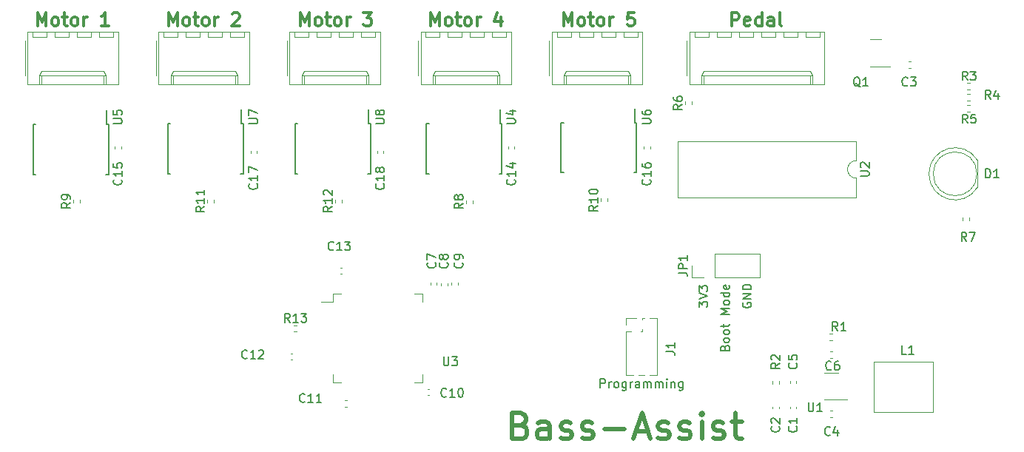
<source format=gbr>
%TF.GenerationSoftware,KiCad,Pcbnew,(5.99.0-8593-g9f18fee124)*%
%TF.CreationDate,2021-02-26T16:48:12-06:00*%
%TF.ProjectId,EE223_Design,45453232-335f-4446-9573-69676e2e6b69,rev?*%
%TF.SameCoordinates,Original*%
%TF.FileFunction,Legend,Top*%
%TF.FilePolarity,Positive*%
%FSLAX46Y46*%
G04 Gerber Fmt 4.6, Leading zero omitted, Abs format (unit mm)*
G04 Created by KiCad (PCBNEW (5.99.0-8593-g9f18fee124)) date 2021-02-26 16:48:12*
%MOMM*%
%LPD*%
G01*
G04 APERTURE LIST*
%ADD10C,0.300000*%
%ADD11C,0.150000*%
%ADD12C,0.500000*%
%ADD13C,0.120000*%
G04 APERTURE END LIST*
D10*
X134214285Y-37578571D02*
X134214285Y-36078571D01*
X134785714Y-36078571D01*
X134928571Y-36150000D01*
X135000000Y-36221428D01*
X135071428Y-36364285D01*
X135071428Y-36578571D01*
X135000000Y-36721428D01*
X134928571Y-36792857D01*
X134785714Y-36864285D01*
X134214285Y-36864285D01*
X136285714Y-37507142D02*
X136142857Y-37578571D01*
X135857142Y-37578571D01*
X135714285Y-37507142D01*
X135642857Y-37364285D01*
X135642857Y-36792857D01*
X135714285Y-36650000D01*
X135857142Y-36578571D01*
X136142857Y-36578571D01*
X136285714Y-36650000D01*
X136357142Y-36792857D01*
X136357142Y-36935714D01*
X135642857Y-37078571D01*
X137642857Y-37578571D02*
X137642857Y-36078571D01*
X137642857Y-37507142D02*
X137500000Y-37578571D01*
X137214285Y-37578571D01*
X137071428Y-37507142D01*
X137000000Y-37435714D01*
X136928571Y-37292857D01*
X136928571Y-36864285D01*
X137000000Y-36721428D01*
X137071428Y-36650000D01*
X137214285Y-36578571D01*
X137500000Y-36578571D01*
X137642857Y-36650000D01*
X139000000Y-37578571D02*
X139000000Y-36792857D01*
X138928571Y-36650000D01*
X138785714Y-36578571D01*
X138500000Y-36578571D01*
X138357142Y-36650000D01*
X139000000Y-37507142D02*
X138857142Y-37578571D01*
X138500000Y-37578571D01*
X138357142Y-37507142D01*
X138285714Y-37364285D01*
X138285714Y-37221428D01*
X138357142Y-37078571D01*
X138500000Y-37007142D01*
X138857142Y-37007142D01*
X139000000Y-36935714D01*
X139928571Y-37578571D02*
X139785714Y-37507142D01*
X139714285Y-37364285D01*
X139714285Y-36078571D01*
X114964285Y-37578571D02*
X114964285Y-36078571D01*
X115464285Y-37150000D01*
X115964285Y-36078571D01*
X115964285Y-37578571D01*
X116892857Y-37578571D02*
X116750000Y-37507142D01*
X116678571Y-37435714D01*
X116607142Y-37292857D01*
X116607142Y-36864285D01*
X116678571Y-36721428D01*
X116750000Y-36650000D01*
X116892857Y-36578571D01*
X117107142Y-36578571D01*
X117250000Y-36650000D01*
X117321428Y-36721428D01*
X117392857Y-36864285D01*
X117392857Y-37292857D01*
X117321428Y-37435714D01*
X117250000Y-37507142D01*
X117107142Y-37578571D01*
X116892857Y-37578571D01*
X117821428Y-36578571D02*
X118392857Y-36578571D01*
X118035714Y-36078571D02*
X118035714Y-37364285D01*
X118107142Y-37507142D01*
X118250000Y-37578571D01*
X118392857Y-37578571D01*
X119107142Y-37578571D02*
X118964285Y-37507142D01*
X118892857Y-37435714D01*
X118821428Y-37292857D01*
X118821428Y-36864285D01*
X118892857Y-36721428D01*
X118964285Y-36650000D01*
X119107142Y-36578571D01*
X119321428Y-36578571D01*
X119464285Y-36650000D01*
X119535714Y-36721428D01*
X119607142Y-36864285D01*
X119607142Y-37292857D01*
X119535714Y-37435714D01*
X119464285Y-37507142D01*
X119321428Y-37578571D01*
X119107142Y-37578571D01*
X120250000Y-37578571D02*
X120250000Y-36578571D01*
X120250000Y-36864285D02*
X120321428Y-36721428D01*
X120392857Y-36650000D01*
X120535714Y-36578571D01*
X120678571Y-36578571D01*
X123035714Y-36078571D02*
X122321428Y-36078571D01*
X122250000Y-36792857D01*
X122321428Y-36721428D01*
X122464285Y-36650000D01*
X122821428Y-36650000D01*
X122964285Y-36721428D01*
X123035714Y-36792857D01*
X123107142Y-36935714D01*
X123107142Y-37292857D01*
X123035714Y-37435714D01*
X122964285Y-37507142D01*
X122821428Y-37578571D01*
X122464285Y-37578571D01*
X122321428Y-37507142D01*
X122250000Y-37435714D01*
X99764285Y-37578571D02*
X99764285Y-36078571D01*
X100264285Y-37150000D01*
X100764285Y-36078571D01*
X100764285Y-37578571D01*
X101692857Y-37578571D02*
X101550000Y-37507142D01*
X101478571Y-37435714D01*
X101407142Y-37292857D01*
X101407142Y-36864285D01*
X101478571Y-36721428D01*
X101550000Y-36650000D01*
X101692857Y-36578571D01*
X101907142Y-36578571D01*
X102050000Y-36650000D01*
X102121428Y-36721428D01*
X102192857Y-36864285D01*
X102192857Y-37292857D01*
X102121428Y-37435714D01*
X102050000Y-37507142D01*
X101907142Y-37578571D01*
X101692857Y-37578571D01*
X102621428Y-36578571D02*
X103192857Y-36578571D01*
X102835714Y-36078571D02*
X102835714Y-37364285D01*
X102907142Y-37507142D01*
X103050000Y-37578571D01*
X103192857Y-37578571D01*
X103907142Y-37578571D02*
X103764285Y-37507142D01*
X103692857Y-37435714D01*
X103621428Y-37292857D01*
X103621428Y-36864285D01*
X103692857Y-36721428D01*
X103764285Y-36650000D01*
X103907142Y-36578571D01*
X104121428Y-36578571D01*
X104264285Y-36650000D01*
X104335714Y-36721428D01*
X104407142Y-36864285D01*
X104407142Y-37292857D01*
X104335714Y-37435714D01*
X104264285Y-37507142D01*
X104121428Y-37578571D01*
X103907142Y-37578571D01*
X105050000Y-37578571D02*
X105050000Y-36578571D01*
X105050000Y-36864285D02*
X105121428Y-36721428D01*
X105192857Y-36650000D01*
X105335714Y-36578571D01*
X105478571Y-36578571D01*
X107764285Y-36578571D02*
X107764285Y-37578571D01*
X107407142Y-36007142D02*
X107050000Y-37078571D01*
X107978571Y-37078571D01*
X84864285Y-37578571D02*
X84864285Y-36078571D01*
X85364285Y-37150000D01*
X85864285Y-36078571D01*
X85864285Y-37578571D01*
X86792857Y-37578571D02*
X86650000Y-37507142D01*
X86578571Y-37435714D01*
X86507142Y-37292857D01*
X86507142Y-36864285D01*
X86578571Y-36721428D01*
X86650000Y-36650000D01*
X86792857Y-36578571D01*
X87007142Y-36578571D01*
X87150000Y-36650000D01*
X87221428Y-36721428D01*
X87292857Y-36864285D01*
X87292857Y-37292857D01*
X87221428Y-37435714D01*
X87150000Y-37507142D01*
X87007142Y-37578571D01*
X86792857Y-37578571D01*
X87721428Y-36578571D02*
X88292857Y-36578571D01*
X87935714Y-36078571D02*
X87935714Y-37364285D01*
X88007142Y-37507142D01*
X88150000Y-37578571D01*
X88292857Y-37578571D01*
X89007142Y-37578571D02*
X88864285Y-37507142D01*
X88792857Y-37435714D01*
X88721428Y-37292857D01*
X88721428Y-36864285D01*
X88792857Y-36721428D01*
X88864285Y-36650000D01*
X89007142Y-36578571D01*
X89221428Y-36578571D01*
X89364285Y-36650000D01*
X89435714Y-36721428D01*
X89507142Y-36864285D01*
X89507142Y-37292857D01*
X89435714Y-37435714D01*
X89364285Y-37507142D01*
X89221428Y-37578571D01*
X89007142Y-37578571D01*
X90150000Y-37578571D02*
X90150000Y-36578571D01*
X90150000Y-36864285D02*
X90221428Y-36721428D01*
X90292857Y-36650000D01*
X90435714Y-36578571D01*
X90578571Y-36578571D01*
X92078571Y-36078571D02*
X93007142Y-36078571D01*
X92507142Y-36650000D01*
X92721428Y-36650000D01*
X92864285Y-36721428D01*
X92935714Y-36792857D01*
X93007142Y-36935714D01*
X93007142Y-37292857D01*
X92935714Y-37435714D01*
X92864285Y-37507142D01*
X92721428Y-37578571D01*
X92292857Y-37578571D01*
X92150000Y-37507142D01*
X92078571Y-37435714D01*
X69764285Y-37578571D02*
X69764285Y-36078571D01*
X70264285Y-37150000D01*
X70764285Y-36078571D01*
X70764285Y-37578571D01*
X71692857Y-37578571D02*
X71550000Y-37507142D01*
X71478571Y-37435714D01*
X71407142Y-37292857D01*
X71407142Y-36864285D01*
X71478571Y-36721428D01*
X71550000Y-36650000D01*
X71692857Y-36578571D01*
X71907142Y-36578571D01*
X72050000Y-36650000D01*
X72121428Y-36721428D01*
X72192857Y-36864285D01*
X72192857Y-37292857D01*
X72121428Y-37435714D01*
X72050000Y-37507142D01*
X71907142Y-37578571D01*
X71692857Y-37578571D01*
X72621428Y-36578571D02*
X73192857Y-36578571D01*
X72835714Y-36078571D02*
X72835714Y-37364285D01*
X72907142Y-37507142D01*
X73050000Y-37578571D01*
X73192857Y-37578571D01*
X73907142Y-37578571D02*
X73764285Y-37507142D01*
X73692857Y-37435714D01*
X73621428Y-37292857D01*
X73621428Y-36864285D01*
X73692857Y-36721428D01*
X73764285Y-36650000D01*
X73907142Y-36578571D01*
X74121428Y-36578571D01*
X74264285Y-36650000D01*
X74335714Y-36721428D01*
X74407142Y-36864285D01*
X74407142Y-37292857D01*
X74335714Y-37435714D01*
X74264285Y-37507142D01*
X74121428Y-37578571D01*
X73907142Y-37578571D01*
X75050000Y-37578571D02*
X75050000Y-36578571D01*
X75050000Y-36864285D02*
X75121428Y-36721428D01*
X75192857Y-36650000D01*
X75335714Y-36578571D01*
X75478571Y-36578571D01*
X77050000Y-36221428D02*
X77121428Y-36150000D01*
X77264285Y-36078571D01*
X77621428Y-36078571D01*
X77764285Y-36150000D01*
X77835714Y-36221428D01*
X77907142Y-36364285D01*
X77907142Y-36507142D01*
X77835714Y-36721428D01*
X76978571Y-37578571D01*
X77907142Y-37578571D01*
X54764285Y-37578571D02*
X54764285Y-36078571D01*
X55264285Y-37150000D01*
X55764285Y-36078571D01*
X55764285Y-37578571D01*
X56692857Y-37578571D02*
X56550000Y-37507142D01*
X56478571Y-37435714D01*
X56407142Y-37292857D01*
X56407142Y-36864285D01*
X56478571Y-36721428D01*
X56550000Y-36650000D01*
X56692857Y-36578571D01*
X56907142Y-36578571D01*
X57050000Y-36650000D01*
X57121428Y-36721428D01*
X57192857Y-36864285D01*
X57192857Y-37292857D01*
X57121428Y-37435714D01*
X57050000Y-37507142D01*
X56907142Y-37578571D01*
X56692857Y-37578571D01*
X57621428Y-36578571D02*
X58192857Y-36578571D01*
X57835714Y-36078571D02*
X57835714Y-37364285D01*
X57907142Y-37507142D01*
X58050000Y-37578571D01*
X58192857Y-37578571D01*
X58907142Y-37578571D02*
X58764285Y-37507142D01*
X58692857Y-37435714D01*
X58621428Y-37292857D01*
X58621428Y-36864285D01*
X58692857Y-36721428D01*
X58764285Y-36650000D01*
X58907142Y-36578571D01*
X59121428Y-36578571D01*
X59264285Y-36650000D01*
X59335714Y-36721428D01*
X59407142Y-36864285D01*
X59407142Y-37292857D01*
X59335714Y-37435714D01*
X59264285Y-37507142D01*
X59121428Y-37578571D01*
X58907142Y-37578571D01*
X60050000Y-37578571D02*
X60050000Y-36578571D01*
X60050000Y-36864285D02*
X60121428Y-36721428D01*
X60192857Y-36650000D01*
X60335714Y-36578571D01*
X60478571Y-36578571D01*
X62907142Y-37578571D02*
X62050000Y-37578571D01*
X62478571Y-37578571D02*
X62478571Y-36078571D01*
X62335714Y-36292857D01*
X62192857Y-36435714D01*
X62050000Y-36507142D01*
D11*
X130452380Y-69738095D02*
X130452380Y-69119047D01*
X130833333Y-69452380D01*
X130833333Y-69309523D01*
X130880952Y-69214285D01*
X130928571Y-69166666D01*
X131023809Y-69119047D01*
X131261904Y-69119047D01*
X131357142Y-69166666D01*
X131404761Y-69214285D01*
X131452380Y-69309523D01*
X131452380Y-69595238D01*
X131404761Y-69690476D01*
X131357142Y-69738095D01*
X130452380Y-68833333D02*
X131452380Y-68500000D01*
X130452380Y-68166666D01*
X130452380Y-67928571D02*
X130452380Y-67309523D01*
X130833333Y-67642857D01*
X130833333Y-67500000D01*
X130880952Y-67404761D01*
X130928571Y-67357142D01*
X131023809Y-67309523D01*
X131261904Y-67309523D01*
X131357142Y-67357142D01*
X131404761Y-67404761D01*
X131452380Y-67500000D01*
X131452380Y-67785714D01*
X131404761Y-67880952D01*
X131357142Y-67928571D01*
X135500000Y-69261904D02*
X135452380Y-69357142D01*
X135452380Y-69500000D01*
X135500000Y-69642857D01*
X135595238Y-69738095D01*
X135690476Y-69785714D01*
X135880952Y-69833333D01*
X136023809Y-69833333D01*
X136214285Y-69785714D01*
X136309523Y-69738095D01*
X136404761Y-69642857D01*
X136452380Y-69500000D01*
X136452380Y-69404761D01*
X136404761Y-69261904D01*
X136357142Y-69214285D01*
X136023809Y-69214285D01*
X136023809Y-69404761D01*
X136452380Y-68785714D02*
X135452380Y-68785714D01*
X136452380Y-68214285D01*
X135452380Y-68214285D01*
X136452380Y-67738095D02*
X135452380Y-67738095D01*
X135452380Y-67500000D01*
X135500000Y-67357142D01*
X135595238Y-67261904D01*
X135690476Y-67214285D01*
X135880952Y-67166666D01*
X136023809Y-67166666D01*
X136214285Y-67214285D01*
X136309523Y-67261904D01*
X136404761Y-67357142D01*
X136452380Y-67500000D01*
X136452380Y-67738095D01*
D12*
X110071428Y-83285714D02*
X110500000Y-83428571D01*
X110642857Y-83571428D01*
X110785714Y-83857142D01*
X110785714Y-84285714D01*
X110642857Y-84571428D01*
X110500000Y-84714285D01*
X110214285Y-84857142D01*
X109071428Y-84857142D01*
X109071428Y-81857142D01*
X110071428Y-81857142D01*
X110357142Y-82000000D01*
X110500000Y-82142857D01*
X110642857Y-82428571D01*
X110642857Y-82714285D01*
X110500000Y-83000000D01*
X110357142Y-83142857D01*
X110071428Y-83285714D01*
X109071428Y-83285714D01*
X113357142Y-84857142D02*
X113357142Y-83285714D01*
X113214285Y-83000000D01*
X112928571Y-82857142D01*
X112357142Y-82857142D01*
X112071428Y-83000000D01*
X113357142Y-84714285D02*
X113071428Y-84857142D01*
X112357142Y-84857142D01*
X112071428Y-84714285D01*
X111928571Y-84428571D01*
X111928571Y-84142857D01*
X112071428Y-83857142D01*
X112357142Y-83714285D01*
X113071428Y-83714285D01*
X113357142Y-83571428D01*
X114642857Y-84714285D02*
X114928571Y-84857142D01*
X115500000Y-84857142D01*
X115785714Y-84714285D01*
X115928571Y-84428571D01*
X115928571Y-84285714D01*
X115785714Y-84000000D01*
X115500000Y-83857142D01*
X115071428Y-83857142D01*
X114785714Y-83714285D01*
X114642857Y-83428571D01*
X114642857Y-83285714D01*
X114785714Y-83000000D01*
X115071428Y-82857142D01*
X115500000Y-82857142D01*
X115785714Y-83000000D01*
X117071428Y-84714285D02*
X117357142Y-84857142D01*
X117928571Y-84857142D01*
X118214285Y-84714285D01*
X118357142Y-84428571D01*
X118357142Y-84285714D01*
X118214285Y-84000000D01*
X117928571Y-83857142D01*
X117500000Y-83857142D01*
X117214285Y-83714285D01*
X117071428Y-83428571D01*
X117071428Y-83285714D01*
X117214285Y-83000000D01*
X117500000Y-82857142D01*
X117928571Y-82857142D01*
X118214285Y-83000000D01*
X119642857Y-83714285D02*
X121928571Y-83714285D01*
X123214285Y-84000000D02*
X124642857Y-84000000D01*
X122928571Y-84857142D02*
X123928571Y-81857142D01*
X124928571Y-84857142D01*
X125785714Y-84714285D02*
X126071428Y-84857142D01*
X126642857Y-84857142D01*
X126928571Y-84714285D01*
X127071428Y-84428571D01*
X127071428Y-84285714D01*
X126928571Y-84000000D01*
X126642857Y-83857142D01*
X126214285Y-83857142D01*
X125928571Y-83714285D01*
X125785714Y-83428571D01*
X125785714Y-83285714D01*
X125928571Y-83000000D01*
X126214285Y-82857142D01*
X126642857Y-82857142D01*
X126928571Y-83000000D01*
X128214285Y-84714285D02*
X128500000Y-84857142D01*
X129071428Y-84857142D01*
X129357142Y-84714285D01*
X129500000Y-84428571D01*
X129500000Y-84285714D01*
X129357142Y-84000000D01*
X129071428Y-83857142D01*
X128642857Y-83857142D01*
X128357142Y-83714285D01*
X128214285Y-83428571D01*
X128214285Y-83285714D01*
X128357142Y-83000000D01*
X128642857Y-82857142D01*
X129071428Y-82857142D01*
X129357142Y-83000000D01*
X130785714Y-84857142D02*
X130785714Y-82857142D01*
X130785714Y-81857142D02*
X130642857Y-82000000D01*
X130785714Y-82142857D01*
X130928571Y-82000000D01*
X130785714Y-81857142D01*
X130785714Y-82142857D01*
X132071428Y-84714285D02*
X132357142Y-84857142D01*
X132928571Y-84857142D01*
X133214285Y-84714285D01*
X133357142Y-84428571D01*
X133357142Y-84285714D01*
X133214285Y-84000000D01*
X132928571Y-83857142D01*
X132500000Y-83857142D01*
X132214285Y-83714285D01*
X132071428Y-83428571D01*
X132071428Y-83285714D01*
X132214285Y-83000000D01*
X132500000Y-82857142D01*
X132928571Y-82857142D01*
X133214285Y-83000000D01*
X134214285Y-82857142D02*
X135357142Y-82857142D01*
X134642857Y-81857142D02*
X134642857Y-84428571D01*
X134785714Y-84714285D01*
X135071428Y-84857142D01*
X135357142Y-84857142D01*
D11*
%TO.C,C8*%
X101657142Y-64666666D02*
X101704761Y-64714285D01*
X101752380Y-64857142D01*
X101752380Y-64952380D01*
X101704761Y-65095238D01*
X101609523Y-65190476D01*
X101514285Y-65238095D01*
X101323809Y-65285714D01*
X101180952Y-65285714D01*
X100990476Y-65238095D01*
X100895238Y-65190476D01*
X100800000Y-65095238D01*
X100752380Y-64952380D01*
X100752380Y-64857142D01*
X100800000Y-64714285D01*
X100847619Y-64666666D01*
X101180952Y-64095238D02*
X101133333Y-64190476D01*
X101085714Y-64238095D01*
X100990476Y-64285714D01*
X100942857Y-64285714D01*
X100847619Y-64238095D01*
X100800000Y-64190476D01*
X100752380Y-64095238D01*
X100752380Y-63904761D01*
X100800000Y-63809523D01*
X100847619Y-63761904D01*
X100942857Y-63714285D01*
X100990476Y-63714285D01*
X101085714Y-63761904D01*
X101133333Y-63809523D01*
X101180952Y-63904761D01*
X101180952Y-64095238D01*
X101228571Y-64190476D01*
X101276190Y-64238095D01*
X101371428Y-64285714D01*
X101561904Y-64285714D01*
X101657142Y-64238095D01*
X101704761Y-64190476D01*
X101752380Y-64095238D01*
X101752380Y-63904761D01*
X101704761Y-63809523D01*
X101657142Y-63761904D01*
X101561904Y-63714285D01*
X101371428Y-63714285D01*
X101276190Y-63761904D01*
X101228571Y-63809523D01*
X101180952Y-63904761D01*
%TO.C,Q1*%
X148904761Y-44547619D02*
X148809523Y-44500000D01*
X148714285Y-44404761D01*
X148571428Y-44261904D01*
X148476190Y-44214285D01*
X148380952Y-44214285D01*
X148428571Y-44452380D02*
X148333333Y-44404761D01*
X148238095Y-44309523D01*
X148190476Y-44119047D01*
X148190476Y-43785714D01*
X148238095Y-43595238D01*
X148333333Y-43500000D01*
X148428571Y-43452380D01*
X148619047Y-43452380D01*
X148714285Y-43500000D01*
X148809523Y-43595238D01*
X148857142Y-43785714D01*
X148857142Y-44119047D01*
X148809523Y-44309523D01*
X148714285Y-44404761D01*
X148619047Y-44452380D01*
X148428571Y-44452380D01*
X149809523Y-44452380D02*
X149238095Y-44452380D01*
X149523809Y-44452380D02*
X149523809Y-43452380D01*
X149428571Y-43595238D01*
X149333333Y-43690476D01*
X149238095Y-43738095D01*
%TO.C,R12*%
X88482380Y-58245357D02*
X88006190Y-58578690D01*
X88482380Y-58816785D02*
X87482380Y-58816785D01*
X87482380Y-58435833D01*
X87530000Y-58340595D01*
X87577619Y-58292976D01*
X87672857Y-58245357D01*
X87815714Y-58245357D01*
X87910952Y-58292976D01*
X87958571Y-58340595D01*
X88006190Y-58435833D01*
X88006190Y-58816785D01*
X88482380Y-57292976D02*
X88482380Y-57864404D01*
X88482380Y-57578690D02*
X87482380Y-57578690D01*
X87625238Y-57673928D01*
X87720476Y-57769166D01*
X87768095Y-57864404D01*
X87577619Y-56912023D02*
X87530000Y-56864404D01*
X87482380Y-56769166D01*
X87482380Y-56531071D01*
X87530000Y-56435833D01*
X87577619Y-56388214D01*
X87672857Y-56340595D01*
X87768095Y-56340595D01*
X87910952Y-56388214D01*
X88482380Y-56959642D01*
X88482380Y-56340595D01*
%TO.C,R6*%
X128532380Y-46569166D02*
X128056190Y-46902500D01*
X128532380Y-47140595D02*
X127532380Y-47140595D01*
X127532380Y-46759642D01*
X127580000Y-46664404D01*
X127627619Y-46616785D01*
X127722857Y-46569166D01*
X127865714Y-46569166D01*
X127960952Y-46616785D01*
X128008571Y-46664404D01*
X128056190Y-46759642D01*
X128056190Y-47140595D01*
X127532380Y-45712023D02*
X127532380Y-45902500D01*
X127580000Y-45997738D01*
X127627619Y-46045357D01*
X127770476Y-46140595D01*
X127960952Y-46188214D01*
X128341904Y-46188214D01*
X128437142Y-46140595D01*
X128484761Y-46092976D01*
X128532380Y-45997738D01*
X128532380Y-45807261D01*
X128484761Y-45712023D01*
X128437142Y-45664404D01*
X128341904Y-45616785D01*
X128103809Y-45616785D01*
X128008571Y-45664404D01*
X127960952Y-45712023D01*
X127913333Y-45807261D01*
X127913333Y-45997738D01*
X127960952Y-46092976D01*
X128008571Y-46140595D01*
X128103809Y-46188214D01*
%TO.C,C1*%
X141607142Y-83416666D02*
X141654761Y-83464285D01*
X141702380Y-83607142D01*
X141702380Y-83702380D01*
X141654761Y-83845238D01*
X141559523Y-83940476D01*
X141464285Y-83988095D01*
X141273809Y-84035714D01*
X141130952Y-84035714D01*
X140940476Y-83988095D01*
X140845238Y-83940476D01*
X140750000Y-83845238D01*
X140702380Y-83702380D01*
X140702380Y-83607142D01*
X140750000Y-83464285D01*
X140797619Y-83416666D01*
X141702380Y-82464285D02*
X141702380Y-83035714D01*
X141702380Y-82750000D02*
X140702380Y-82750000D01*
X140845238Y-82845238D01*
X140940476Y-82940476D01*
X140988095Y-83035714D01*
%TO.C,C10*%
X101557142Y-79957142D02*
X101509523Y-80004761D01*
X101366666Y-80052380D01*
X101271428Y-80052380D01*
X101128571Y-80004761D01*
X101033333Y-79909523D01*
X100985714Y-79814285D01*
X100938095Y-79623809D01*
X100938095Y-79480952D01*
X100985714Y-79290476D01*
X101033333Y-79195238D01*
X101128571Y-79100000D01*
X101271428Y-79052380D01*
X101366666Y-79052380D01*
X101509523Y-79100000D01*
X101557142Y-79147619D01*
X102509523Y-80052380D02*
X101938095Y-80052380D01*
X102223809Y-80052380D02*
X102223809Y-79052380D01*
X102128571Y-79195238D01*
X102033333Y-79290476D01*
X101938095Y-79338095D01*
X103128571Y-79052380D02*
X103223809Y-79052380D01*
X103319047Y-79100000D01*
X103366666Y-79147619D01*
X103414285Y-79242857D01*
X103461904Y-79433333D01*
X103461904Y-79671428D01*
X103414285Y-79861904D01*
X103366666Y-79957142D01*
X103319047Y-80004761D01*
X103223809Y-80052380D01*
X103128571Y-80052380D01*
X103033333Y-80004761D01*
X102985714Y-79957142D01*
X102938095Y-79861904D01*
X102890476Y-79671428D01*
X102890476Y-79433333D01*
X102938095Y-79242857D01*
X102985714Y-79147619D01*
X103033333Y-79100000D01*
X103128571Y-79052380D01*
%TO.C,C2*%
X139607142Y-83416666D02*
X139654761Y-83464285D01*
X139702380Y-83607142D01*
X139702380Y-83702380D01*
X139654761Y-83845238D01*
X139559523Y-83940476D01*
X139464285Y-83988095D01*
X139273809Y-84035714D01*
X139130952Y-84035714D01*
X138940476Y-83988095D01*
X138845238Y-83940476D01*
X138750000Y-83845238D01*
X138702380Y-83702380D01*
X138702380Y-83607142D01*
X138750000Y-83464285D01*
X138797619Y-83416666D01*
X138797619Y-83035714D02*
X138750000Y-82988095D01*
X138702380Y-82892857D01*
X138702380Y-82654761D01*
X138750000Y-82559523D01*
X138797619Y-82511904D01*
X138892857Y-82464285D01*
X138988095Y-82464285D01*
X139130952Y-82511904D01*
X139702380Y-83083333D01*
X139702380Y-82464285D01*
%TO.C,R13*%
X83657142Y-71482380D02*
X83323809Y-71006190D01*
X83085714Y-71482380D02*
X83085714Y-70482380D01*
X83466666Y-70482380D01*
X83561904Y-70530000D01*
X83609523Y-70577619D01*
X83657142Y-70672857D01*
X83657142Y-70815714D01*
X83609523Y-70910952D01*
X83561904Y-70958571D01*
X83466666Y-71006190D01*
X83085714Y-71006190D01*
X84609523Y-71482380D02*
X84038095Y-71482380D01*
X84323809Y-71482380D02*
X84323809Y-70482380D01*
X84228571Y-70625238D01*
X84133333Y-70720476D01*
X84038095Y-70768095D01*
X84942857Y-70482380D02*
X85561904Y-70482380D01*
X85228571Y-70863333D01*
X85371428Y-70863333D01*
X85466666Y-70910952D01*
X85514285Y-70958571D01*
X85561904Y-71053809D01*
X85561904Y-71291904D01*
X85514285Y-71387142D01*
X85466666Y-71434761D01*
X85371428Y-71482380D01*
X85085714Y-71482380D01*
X84990476Y-71434761D01*
X84942857Y-71387142D01*
%TO.C,C6*%
X145583333Y-76857142D02*
X145535714Y-76904761D01*
X145392857Y-76952380D01*
X145297619Y-76952380D01*
X145154761Y-76904761D01*
X145059523Y-76809523D01*
X145011904Y-76714285D01*
X144964285Y-76523809D01*
X144964285Y-76380952D01*
X145011904Y-76190476D01*
X145059523Y-76095238D01*
X145154761Y-76000000D01*
X145297619Y-75952380D01*
X145392857Y-75952380D01*
X145535714Y-76000000D01*
X145583333Y-76047619D01*
X146440476Y-75952380D02*
X146250000Y-75952380D01*
X146154761Y-76000000D01*
X146107142Y-76047619D01*
X146011904Y-76190476D01*
X145964285Y-76380952D01*
X145964285Y-76761904D01*
X146011904Y-76857142D01*
X146059523Y-76904761D01*
X146154761Y-76952380D01*
X146345238Y-76952380D01*
X146440476Y-76904761D01*
X146488095Y-76857142D01*
X146535714Y-76761904D01*
X146535714Y-76523809D01*
X146488095Y-76428571D01*
X146440476Y-76380952D01*
X146345238Y-76333333D01*
X146154761Y-76333333D01*
X146059523Y-76380952D01*
X146011904Y-76428571D01*
X145964285Y-76523809D01*
%TO.C,R5*%
X161180833Y-48702380D02*
X160847500Y-48226190D01*
X160609404Y-48702380D02*
X160609404Y-47702380D01*
X160990357Y-47702380D01*
X161085595Y-47750000D01*
X161133214Y-47797619D01*
X161180833Y-47892857D01*
X161180833Y-48035714D01*
X161133214Y-48130952D01*
X161085595Y-48178571D01*
X160990357Y-48226190D01*
X160609404Y-48226190D01*
X162085595Y-47702380D02*
X161609404Y-47702380D01*
X161561785Y-48178571D01*
X161609404Y-48130952D01*
X161704642Y-48083333D01*
X161942738Y-48083333D01*
X162037976Y-48130952D01*
X162085595Y-48178571D01*
X162133214Y-48273809D01*
X162133214Y-48511904D01*
X162085595Y-48607142D01*
X162037976Y-48654761D01*
X161942738Y-48702380D01*
X161704642Y-48702380D01*
X161609404Y-48654761D01*
X161561785Y-48607142D01*
%TO.C,U2*%
X148922380Y-54761904D02*
X149731904Y-54761904D01*
X149827142Y-54714285D01*
X149874761Y-54666666D01*
X149922380Y-54571428D01*
X149922380Y-54380952D01*
X149874761Y-54285714D01*
X149827142Y-54238095D01*
X149731904Y-54190476D01*
X148922380Y-54190476D01*
X149017619Y-53761904D02*
X148970000Y-53714285D01*
X148922380Y-53619047D01*
X148922380Y-53380952D01*
X148970000Y-53285714D01*
X149017619Y-53238095D01*
X149112857Y-53190476D01*
X149208095Y-53190476D01*
X149350952Y-53238095D01*
X149922380Y-53809523D01*
X149922380Y-53190476D01*
%TO.C,R7*%
X161083333Y-62202380D02*
X160750000Y-61726190D01*
X160511904Y-62202380D02*
X160511904Y-61202380D01*
X160892857Y-61202380D01*
X160988095Y-61250000D01*
X161035714Y-61297619D01*
X161083333Y-61392857D01*
X161083333Y-61535714D01*
X161035714Y-61630952D01*
X160988095Y-61678571D01*
X160892857Y-61726190D01*
X160511904Y-61726190D01*
X161416666Y-61202380D02*
X162083333Y-61202380D01*
X161654761Y-62202380D01*
%TO.C,R9*%
X58532380Y-57819166D02*
X58056190Y-58152500D01*
X58532380Y-58390595D02*
X57532380Y-58390595D01*
X57532380Y-58009642D01*
X57580000Y-57914404D01*
X57627619Y-57866785D01*
X57722857Y-57819166D01*
X57865714Y-57819166D01*
X57960952Y-57866785D01*
X58008571Y-57914404D01*
X58056190Y-58009642D01*
X58056190Y-58390595D01*
X58532380Y-57342976D02*
X58532380Y-57152500D01*
X58484761Y-57057261D01*
X58437142Y-57009642D01*
X58294285Y-56914404D01*
X58103809Y-56866785D01*
X57722857Y-56866785D01*
X57627619Y-56914404D01*
X57580000Y-56962023D01*
X57532380Y-57057261D01*
X57532380Y-57247738D01*
X57580000Y-57342976D01*
X57627619Y-57390595D01*
X57722857Y-57438214D01*
X57960952Y-57438214D01*
X58056190Y-57390595D01*
X58103809Y-57342976D01*
X58151428Y-57247738D01*
X58151428Y-57057261D01*
X58103809Y-56962023D01*
X58056190Y-56914404D01*
X57960952Y-56866785D01*
%TO.C,C7*%
X100257142Y-64666666D02*
X100304761Y-64714285D01*
X100352380Y-64857142D01*
X100352380Y-64952380D01*
X100304761Y-65095238D01*
X100209523Y-65190476D01*
X100114285Y-65238095D01*
X99923809Y-65285714D01*
X99780952Y-65285714D01*
X99590476Y-65238095D01*
X99495238Y-65190476D01*
X99400000Y-65095238D01*
X99352380Y-64952380D01*
X99352380Y-64857142D01*
X99400000Y-64714285D01*
X99447619Y-64666666D01*
X99352380Y-64333333D02*
X99352380Y-63666666D01*
X100352380Y-64095238D01*
%TO.C,U4*%
X108452380Y-48761904D02*
X109261904Y-48761904D01*
X109357142Y-48714285D01*
X109404761Y-48666666D01*
X109452380Y-48571428D01*
X109452380Y-48380952D01*
X109404761Y-48285714D01*
X109357142Y-48238095D01*
X109261904Y-48190476D01*
X108452380Y-48190476D01*
X108785714Y-47285714D02*
X109452380Y-47285714D01*
X108404761Y-47523809D02*
X109119047Y-47761904D01*
X109119047Y-47142857D01*
%TO.C,C18*%
X94357142Y-55642857D02*
X94404761Y-55690476D01*
X94452380Y-55833333D01*
X94452380Y-55928571D01*
X94404761Y-56071428D01*
X94309523Y-56166666D01*
X94214285Y-56214285D01*
X94023809Y-56261904D01*
X93880952Y-56261904D01*
X93690476Y-56214285D01*
X93595238Y-56166666D01*
X93500000Y-56071428D01*
X93452380Y-55928571D01*
X93452380Y-55833333D01*
X93500000Y-55690476D01*
X93547619Y-55642857D01*
X94452380Y-54690476D02*
X94452380Y-55261904D01*
X94452380Y-54976190D02*
X93452380Y-54976190D01*
X93595238Y-55071428D01*
X93690476Y-55166666D01*
X93738095Y-55261904D01*
X93880952Y-54119047D02*
X93833333Y-54214285D01*
X93785714Y-54261904D01*
X93690476Y-54309523D01*
X93642857Y-54309523D01*
X93547619Y-54261904D01*
X93500000Y-54214285D01*
X93452380Y-54119047D01*
X93452380Y-53928571D01*
X93500000Y-53833333D01*
X93547619Y-53785714D01*
X93642857Y-53738095D01*
X93690476Y-53738095D01*
X93785714Y-53785714D01*
X93833333Y-53833333D01*
X93880952Y-53928571D01*
X93880952Y-54119047D01*
X93928571Y-54214285D01*
X93976190Y-54261904D01*
X94071428Y-54309523D01*
X94261904Y-54309523D01*
X94357142Y-54261904D01*
X94404761Y-54214285D01*
X94452380Y-54119047D01*
X94452380Y-53928571D01*
X94404761Y-53833333D01*
X94357142Y-53785714D01*
X94261904Y-53738095D01*
X94071428Y-53738095D01*
X93976190Y-53785714D01*
X93928571Y-53833333D01*
X93880952Y-53928571D01*
%TO.C,C13*%
X88657142Y-63157142D02*
X88609523Y-63204761D01*
X88466666Y-63252380D01*
X88371428Y-63252380D01*
X88228571Y-63204761D01*
X88133333Y-63109523D01*
X88085714Y-63014285D01*
X88038095Y-62823809D01*
X88038095Y-62680952D01*
X88085714Y-62490476D01*
X88133333Y-62395238D01*
X88228571Y-62300000D01*
X88371428Y-62252380D01*
X88466666Y-62252380D01*
X88609523Y-62300000D01*
X88657142Y-62347619D01*
X89609523Y-63252380D02*
X89038095Y-63252380D01*
X89323809Y-63252380D02*
X89323809Y-62252380D01*
X89228571Y-62395238D01*
X89133333Y-62490476D01*
X89038095Y-62538095D01*
X89942857Y-62252380D02*
X90561904Y-62252380D01*
X90228571Y-62633333D01*
X90371428Y-62633333D01*
X90466666Y-62680952D01*
X90514285Y-62728571D01*
X90561904Y-62823809D01*
X90561904Y-63061904D01*
X90514285Y-63157142D01*
X90466666Y-63204761D01*
X90371428Y-63252380D01*
X90085714Y-63252380D01*
X89990476Y-63204761D01*
X89942857Y-63157142D01*
%TO.C,R11*%
X73882380Y-58245357D02*
X73406190Y-58578690D01*
X73882380Y-58816785D02*
X72882380Y-58816785D01*
X72882380Y-58435833D01*
X72930000Y-58340595D01*
X72977619Y-58292976D01*
X73072857Y-58245357D01*
X73215714Y-58245357D01*
X73310952Y-58292976D01*
X73358571Y-58340595D01*
X73406190Y-58435833D01*
X73406190Y-58816785D01*
X73882380Y-57292976D02*
X73882380Y-57864404D01*
X73882380Y-57578690D02*
X72882380Y-57578690D01*
X73025238Y-57673928D01*
X73120476Y-57769166D01*
X73168095Y-57864404D01*
X73882380Y-56340595D02*
X73882380Y-56912023D01*
X73882380Y-56626309D02*
X72882380Y-56626309D01*
X73025238Y-56721547D01*
X73120476Y-56816785D01*
X73168095Y-56912023D01*
%TO.C,R10*%
X118882380Y-58145357D02*
X118406190Y-58478690D01*
X118882380Y-58716785D02*
X117882380Y-58716785D01*
X117882380Y-58335833D01*
X117930000Y-58240595D01*
X117977619Y-58192976D01*
X118072857Y-58145357D01*
X118215714Y-58145357D01*
X118310952Y-58192976D01*
X118358571Y-58240595D01*
X118406190Y-58335833D01*
X118406190Y-58716785D01*
X118882380Y-57192976D02*
X118882380Y-57764404D01*
X118882380Y-57478690D02*
X117882380Y-57478690D01*
X118025238Y-57573928D01*
X118120476Y-57669166D01*
X118168095Y-57764404D01*
X117882380Y-56573928D02*
X117882380Y-56478690D01*
X117930000Y-56383452D01*
X117977619Y-56335833D01*
X118072857Y-56288214D01*
X118263333Y-56240595D01*
X118501428Y-56240595D01*
X118691904Y-56288214D01*
X118787142Y-56335833D01*
X118834761Y-56383452D01*
X118882380Y-56478690D01*
X118882380Y-56573928D01*
X118834761Y-56669166D01*
X118787142Y-56716785D01*
X118691904Y-56764404D01*
X118501428Y-56812023D01*
X118263333Y-56812023D01*
X118072857Y-56764404D01*
X117977619Y-56716785D01*
X117930000Y-56669166D01*
X117882380Y-56573928D01*
%TO.C,C17*%
X79857142Y-55642857D02*
X79904761Y-55690476D01*
X79952380Y-55833333D01*
X79952380Y-55928571D01*
X79904761Y-56071428D01*
X79809523Y-56166666D01*
X79714285Y-56214285D01*
X79523809Y-56261904D01*
X79380952Y-56261904D01*
X79190476Y-56214285D01*
X79095238Y-56166666D01*
X79000000Y-56071428D01*
X78952380Y-55928571D01*
X78952380Y-55833333D01*
X79000000Y-55690476D01*
X79047619Y-55642857D01*
X79952380Y-54690476D02*
X79952380Y-55261904D01*
X79952380Y-54976190D02*
X78952380Y-54976190D01*
X79095238Y-55071428D01*
X79190476Y-55166666D01*
X79238095Y-55261904D01*
X78952380Y-54357142D02*
X78952380Y-53690476D01*
X79952380Y-54119047D01*
%TO.C,C3*%
X154333333Y-44357142D02*
X154285714Y-44404761D01*
X154142857Y-44452380D01*
X154047619Y-44452380D01*
X153904761Y-44404761D01*
X153809523Y-44309523D01*
X153761904Y-44214285D01*
X153714285Y-44023809D01*
X153714285Y-43880952D01*
X153761904Y-43690476D01*
X153809523Y-43595238D01*
X153904761Y-43500000D01*
X154047619Y-43452380D01*
X154142857Y-43452380D01*
X154285714Y-43500000D01*
X154333333Y-43547619D01*
X154666666Y-43452380D02*
X155285714Y-43452380D01*
X154952380Y-43833333D01*
X155095238Y-43833333D01*
X155190476Y-43880952D01*
X155238095Y-43928571D01*
X155285714Y-44023809D01*
X155285714Y-44261904D01*
X155238095Y-44357142D01*
X155190476Y-44404761D01*
X155095238Y-44452380D01*
X154809523Y-44452380D01*
X154714285Y-44404761D01*
X154666666Y-44357142D01*
%TO.C,U7*%
X78952380Y-48761904D02*
X79761904Y-48761904D01*
X79857142Y-48714285D01*
X79904761Y-48666666D01*
X79952380Y-48571428D01*
X79952380Y-48380952D01*
X79904761Y-48285714D01*
X79857142Y-48238095D01*
X79761904Y-48190476D01*
X78952380Y-48190476D01*
X78952380Y-47809523D02*
X78952380Y-47142857D01*
X79952380Y-47571428D01*
%TO.C,C5*%
X141607142Y-76166666D02*
X141654761Y-76214285D01*
X141702380Y-76357142D01*
X141702380Y-76452380D01*
X141654761Y-76595238D01*
X141559523Y-76690476D01*
X141464285Y-76738095D01*
X141273809Y-76785714D01*
X141130952Y-76785714D01*
X140940476Y-76738095D01*
X140845238Y-76690476D01*
X140750000Y-76595238D01*
X140702380Y-76452380D01*
X140702380Y-76357142D01*
X140750000Y-76214285D01*
X140797619Y-76166666D01*
X140702380Y-75261904D02*
X140702380Y-75738095D01*
X141178571Y-75785714D01*
X141130952Y-75738095D01*
X141083333Y-75642857D01*
X141083333Y-75404761D01*
X141130952Y-75309523D01*
X141178571Y-75261904D01*
X141273809Y-75214285D01*
X141511904Y-75214285D01*
X141607142Y-75261904D01*
X141654761Y-75309523D01*
X141702380Y-75404761D01*
X141702380Y-75642857D01*
X141654761Y-75738095D01*
X141607142Y-75785714D01*
%TO.C,U1*%
X142988095Y-80702380D02*
X142988095Y-81511904D01*
X143035714Y-81607142D01*
X143083333Y-81654761D01*
X143178571Y-81702380D01*
X143369047Y-81702380D01*
X143464285Y-81654761D01*
X143511904Y-81607142D01*
X143559523Y-81511904D01*
X143559523Y-80702380D01*
X144559523Y-81702380D02*
X143988095Y-81702380D01*
X144273809Y-81702380D02*
X144273809Y-80702380D01*
X144178571Y-80845238D01*
X144083333Y-80940476D01*
X143988095Y-80988095D01*
%TO.C,C4*%
X145465833Y-84357142D02*
X145418214Y-84404761D01*
X145275357Y-84452380D01*
X145180119Y-84452380D01*
X145037261Y-84404761D01*
X144942023Y-84309523D01*
X144894404Y-84214285D01*
X144846785Y-84023809D01*
X144846785Y-83880952D01*
X144894404Y-83690476D01*
X144942023Y-83595238D01*
X145037261Y-83500000D01*
X145180119Y-83452380D01*
X145275357Y-83452380D01*
X145418214Y-83500000D01*
X145465833Y-83547619D01*
X146322976Y-83785714D02*
X146322976Y-84452380D01*
X146084880Y-83404761D02*
X145846785Y-84119047D01*
X146465833Y-84119047D01*
%TO.C,U8*%
X93452380Y-48761904D02*
X94261904Y-48761904D01*
X94357142Y-48714285D01*
X94404761Y-48666666D01*
X94452380Y-48571428D01*
X94452380Y-48380952D01*
X94404761Y-48285714D01*
X94357142Y-48238095D01*
X94261904Y-48190476D01*
X93452380Y-48190476D01*
X93880952Y-47571428D02*
X93833333Y-47666666D01*
X93785714Y-47714285D01*
X93690476Y-47761904D01*
X93642857Y-47761904D01*
X93547619Y-47714285D01*
X93500000Y-47666666D01*
X93452380Y-47571428D01*
X93452380Y-47380952D01*
X93500000Y-47285714D01*
X93547619Y-47238095D01*
X93642857Y-47190476D01*
X93690476Y-47190476D01*
X93785714Y-47238095D01*
X93833333Y-47285714D01*
X93880952Y-47380952D01*
X93880952Y-47571428D01*
X93928571Y-47666666D01*
X93976190Y-47714285D01*
X94071428Y-47761904D01*
X94261904Y-47761904D01*
X94357142Y-47714285D01*
X94404761Y-47666666D01*
X94452380Y-47571428D01*
X94452380Y-47380952D01*
X94404761Y-47285714D01*
X94357142Y-47238095D01*
X94261904Y-47190476D01*
X94071428Y-47190476D01*
X93976190Y-47238095D01*
X93928571Y-47285714D01*
X93880952Y-47380952D01*
%TO.C,R8*%
X103482380Y-57869166D02*
X103006190Y-58202500D01*
X103482380Y-58440595D02*
X102482380Y-58440595D01*
X102482380Y-58059642D01*
X102530000Y-57964404D01*
X102577619Y-57916785D01*
X102672857Y-57869166D01*
X102815714Y-57869166D01*
X102910952Y-57916785D01*
X102958571Y-57964404D01*
X103006190Y-58059642D01*
X103006190Y-58440595D01*
X102910952Y-57297738D02*
X102863333Y-57392976D01*
X102815714Y-57440595D01*
X102720476Y-57488214D01*
X102672857Y-57488214D01*
X102577619Y-57440595D01*
X102530000Y-57392976D01*
X102482380Y-57297738D01*
X102482380Y-57107261D01*
X102530000Y-57012023D01*
X102577619Y-56964404D01*
X102672857Y-56916785D01*
X102720476Y-56916785D01*
X102815714Y-56964404D01*
X102863333Y-57012023D01*
X102910952Y-57107261D01*
X102910952Y-57297738D01*
X102958571Y-57392976D01*
X103006190Y-57440595D01*
X103101428Y-57488214D01*
X103291904Y-57488214D01*
X103387142Y-57440595D01*
X103434761Y-57392976D01*
X103482380Y-57297738D01*
X103482380Y-57107261D01*
X103434761Y-57012023D01*
X103387142Y-56964404D01*
X103291904Y-56916785D01*
X103101428Y-56916785D01*
X103006190Y-56964404D01*
X102958571Y-57012023D01*
X102910952Y-57107261D01*
%TO.C,J1*%
X126702380Y-74833333D02*
X127416666Y-74833333D01*
X127559523Y-74880952D01*
X127654761Y-74976190D01*
X127702380Y-75119047D01*
X127702380Y-75214285D01*
X127702380Y-73833333D02*
X127702380Y-74404761D01*
X127702380Y-74119047D02*
X126702380Y-74119047D01*
X126845238Y-74214285D01*
X126940476Y-74309523D01*
X126988095Y-74404761D01*
X119170714Y-78977380D02*
X119170714Y-77977380D01*
X119551666Y-77977380D01*
X119646904Y-78025000D01*
X119694523Y-78072619D01*
X119742142Y-78167857D01*
X119742142Y-78310714D01*
X119694523Y-78405952D01*
X119646904Y-78453571D01*
X119551666Y-78501190D01*
X119170714Y-78501190D01*
X120170714Y-78977380D02*
X120170714Y-78310714D01*
X120170714Y-78501190D02*
X120218333Y-78405952D01*
X120265952Y-78358333D01*
X120361190Y-78310714D01*
X120456428Y-78310714D01*
X120932619Y-78977380D02*
X120837380Y-78929761D01*
X120789761Y-78882142D01*
X120742142Y-78786904D01*
X120742142Y-78501190D01*
X120789761Y-78405952D01*
X120837380Y-78358333D01*
X120932619Y-78310714D01*
X121075476Y-78310714D01*
X121170714Y-78358333D01*
X121218333Y-78405952D01*
X121265952Y-78501190D01*
X121265952Y-78786904D01*
X121218333Y-78882142D01*
X121170714Y-78929761D01*
X121075476Y-78977380D01*
X120932619Y-78977380D01*
X122123095Y-78310714D02*
X122123095Y-79120238D01*
X122075476Y-79215476D01*
X122027857Y-79263095D01*
X121932619Y-79310714D01*
X121789761Y-79310714D01*
X121694523Y-79263095D01*
X122123095Y-78929761D02*
X122027857Y-78977380D01*
X121837380Y-78977380D01*
X121742142Y-78929761D01*
X121694523Y-78882142D01*
X121646904Y-78786904D01*
X121646904Y-78501190D01*
X121694523Y-78405952D01*
X121742142Y-78358333D01*
X121837380Y-78310714D01*
X122027857Y-78310714D01*
X122123095Y-78358333D01*
X122599285Y-78977380D02*
X122599285Y-78310714D01*
X122599285Y-78501190D02*
X122646904Y-78405952D01*
X122694523Y-78358333D01*
X122789761Y-78310714D01*
X122885000Y-78310714D01*
X123646904Y-78977380D02*
X123646904Y-78453571D01*
X123599285Y-78358333D01*
X123504047Y-78310714D01*
X123313571Y-78310714D01*
X123218333Y-78358333D01*
X123646904Y-78929761D02*
X123551666Y-78977380D01*
X123313571Y-78977380D01*
X123218333Y-78929761D01*
X123170714Y-78834523D01*
X123170714Y-78739285D01*
X123218333Y-78644047D01*
X123313571Y-78596428D01*
X123551666Y-78596428D01*
X123646904Y-78548809D01*
X124123095Y-78977380D02*
X124123095Y-78310714D01*
X124123095Y-78405952D02*
X124170714Y-78358333D01*
X124265952Y-78310714D01*
X124408809Y-78310714D01*
X124504047Y-78358333D01*
X124551666Y-78453571D01*
X124551666Y-78977380D01*
X124551666Y-78453571D02*
X124599285Y-78358333D01*
X124694523Y-78310714D01*
X124837380Y-78310714D01*
X124932619Y-78358333D01*
X124980238Y-78453571D01*
X124980238Y-78977380D01*
X125456428Y-78977380D02*
X125456428Y-78310714D01*
X125456428Y-78405952D02*
X125504047Y-78358333D01*
X125599285Y-78310714D01*
X125742142Y-78310714D01*
X125837380Y-78358333D01*
X125885000Y-78453571D01*
X125885000Y-78977380D01*
X125885000Y-78453571D02*
X125932619Y-78358333D01*
X126027857Y-78310714D01*
X126170714Y-78310714D01*
X126265952Y-78358333D01*
X126313571Y-78453571D01*
X126313571Y-78977380D01*
X126789761Y-78977380D02*
X126789761Y-78310714D01*
X126789761Y-77977380D02*
X126742142Y-78025000D01*
X126789761Y-78072619D01*
X126837380Y-78025000D01*
X126789761Y-77977380D01*
X126789761Y-78072619D01*
X127265952Y-78310714D02*
X127265952Y-78977380D01*
X127265952Y-78405952D02*
X127313571Y-78358333D01*
X127408809Y-78310714D01*
X127551666Y-78310714D01*
X127646904Y-78358333D01*
X127694523Y-78453571D01*
X127694523Y-78977380D01*
X128599285Y-78310714D02*
X128599285Y-79120238D01*
X128551666Y-79215476D01*
X128504047Y-79263095D01*
X128408809Y-79310714D01*
X128265952Y-79310714D01*
X128170714Y-79263095D01*
X128599285Y-78929761D02*
X128504047Y-78977380D01*
X128313571Y-78977380D01*
X128218333Y-78929761D01*
X128170714Y-78882142D01*
X128123095Y-78786904D01*
X128123095Y-78501190D01*
X128170714Y-78405952D01*
X128218333Y-78358333D01*
X128313571Y-78310714D01*
X128504047Y-78310714D01*
X128599285Y-78358333D01*
%TO.C,C14*%
X109357142Y-55142857D02*
X109404761Y-55190476D01*
X109452380Y-55333333D01*
X109452380Y-55428571D01*
X109404761Y-55571428D01*
X109309523Y-55666666D01*
X109214285Y-55714285D01*
X109023809Y-55761904D01*
X108880952Y-55761904D01*
X108690476Y-55714285D01*
X108595238Y-55666666D01*
X108500000Y-55571428D01*
X108452380Y-55428571D01*
X108452380Y-55333333D01*
X108500000Y-55190476D01*
X108547619Y-55142857D01*
X109452380Y-54190476D02*
X109452380Y-54761904D01*
X109452380Y-54476190D02*
X108452380Y-54476190D01*
X108595238Y-54571428D01*
X108690476Y-54666666D01*
X108738095Y-54761904D01*
X108785714Y-53333333D02*
X109452380Y-53333333D01*
X108404761Y-53571428D02*
X109119047Y-53809523D01*
X109119047Y-53190476D01*
%TO.C,C11*%
X85357142Y-80557142D02*
X85309523Y-80604761D01*
X85166666Y-80652380D01*
X85071428Y-80652380D01*
X84928571Y-80604761D01*
X84833333Y-80509523D01*
X84785714Y-80414285D01*
X84738095Y-80223809D01*
X84738095Y-80080952D01*
X84785714Y-79890476D01*
X84833333Y-79795238D01*
X84928571Y-79700000D01*
X85071428Y-79652380D01*
X85166666Y-79652380D01*
X85309523Y-79700000D01*
X85357142Y-79747619D01*
X86309523Y-80652380D02*
X85738095Y-80652380D01*
X86023809Y-80652380D02*
X86023809Y-79652380D01*
X85928571Y-79795238D01*
X85833333Y-79890476D01*
X85738095Y-79938095D01*
X87261904Y-80652380D02*
X86690476Y-80652380D01*
X86976190Y-80652380D02*
X86976190Y-79652380D01*
X86880952Y-79795238D01*
X86785714Y-79890476D01*
X86690476Y-79938095D01*
%TO.C,U5*%
X63452380Y-48761904D02*
X64261904Y-48761904D01*
X64357142Y-48714285D01*
X64404761Y-48666666D01*
X64452380Y-48571428D01*
X64452380Y-48380952D01*
X64404761Y-48285714D01*
X64357142Y-48238095D01*
X64261904Y-48190476D01*
X63452380Y-48190476D01*
X63452380Y-47238095D02*
X63452380Y-47714285D01*
X63928571Y-47761904D01*
X63880952Y-47714285D01*
X63833333Y-47619047D01*
X63833333Y-47380952D01*
X63880952Y-47285714D01*
X63928571Y-47238095D01*
X64023809Y-47190476D01*
X64261904Y-47190476D01*
X64357142Y-47238095D01*
X64404761Y-47285714D01*
X64452380Y-47380952D01*
X64452380Y-47619047D01*
X64404761Y-47714285D01*
X64357142Y-47761904D01*
%TO.C,U6*%
X123952380Y-48761904D02*
X124761904Y-48761904D01*
X124857142Y-48714285D01*
X124904761Y-48666666D01*
X124952380Y-48571428D01*
X124952380Y-48380952D01*
X124904761Y-48285714D01*
X124857142Y-48238095D01*
X124761904Y-48190476D01*
X123952380Y-48190476D01*
X123952380Y-47285714D02*
X123952380Y-47476190D01*
X124000000Y-47571428D01*
X124047619Y-47619047D01*
X124190476Y-47714285D01*
X124380952Y-47761904D01*
X124761904Y-47761904D01*
X124857142Y-47714285D01*
X124904761Y-47666666D01*
X124952380Y-47571428D01*
X124952380Y-47380952D01*
X124904761Y-47285714D01*
X124857142Y-47238095D01*
X124761904Y-47190476D01*
X124523809Y-47190476D01*
X124428571Y-47238095D01*
X124380952Y-47285714D01*
X124333333Y-47380952D01*
X124333333Y-47571428D01*
X124380952Y-47666666D01*
X124428571Y-47714285D01*
X124523809Y-47761904D01*
%TO.C,R1*%
X146333333Y-72452380D02*
X146000000Y-71976190D01*
X145761904Y-72452380D02*
X145761904Y-71452380D01*
X146142857Y-71452380D01*
X146238095Y-71500000D01*
X146285714Y-71547619D01*
X146333333Y-71642857D01*
X146333333Y-71785714D01*
X146285714Y-71880952D01*
X146238095Y-71928571D01*
X146142857Y-71976190D01*
X145761904Y-71976190D01*
X147285714Y-72452380D02*
X146714285Y-72452380D01*
X147000000Y-72452380D02*
X147000000Y-71452380D01*
X146904761Y-71595238D01*
X146809523Y-71690476D01*
X146714285Y-71738095D01*
%TO.C,R4*%
X163833333Y-45952380D02*
X163500000Y-45476190D01*
X163261904Y-45952380D02*
X163261904Y-44952380D01*
X163642857Y-44952380D01*
X163738095Y-45000000D01*
X163785714Y-45047619D01*
X163833333Y-45142857D01*
X163833333Y-45285714D01*
X163785714Y-45380952D01*
X163738095Y-45428571D01*
X163642857Y-45476190D01*
X163261904Y-45476190D01*
X164690476Y-45285714D02*
X164690476Y-45952380D01*
X164452380Y-44904761D02*
X164214285Y-45619047D01*
X164833333Y-45619047D01*
%TO.C,JP1*%
X128122380Y-65833333D02*
X128836666Y-65833333D01*
X128979523Y-65880952D01*
X129074761Y-65976190D01*
X129122380Y-66119047D01*
X129122380Y-66214285D01*
X129122380Y-65357142D02*
X128122380Y-65357142D01*
X128122380Y-64976190D01*
X128170000Y-64880952D01*
X128217619Y-64833333D01*
X128312857Y-64785714D01*
X128455714Y-64785714D01*
X128550952Y-64833333D01*
X128598571Y-64880952D01*
X128646190Y-64976190D01*
X128646190Y-65357142D01*
X129122380Y-63833333D02*
X129122380Y-64404761D01*
X129122380Y-64119047D02*
X128122380Y-64119047D01*
X128265238Y-64214285D01*
X128360476Y-64309523D01*
X128408095Y-64404761D01*
X133428571Y-74404761D02*
X133476190Y-74261904D01*
X133523809Y-74214285D01*
X133619047Y-74166666D01*
X133761904Y-74166666D01*
X133857142Y-74214285D01*
X133904761Y-74261904D01*
X133952380Y-74357142D01*
X133952380Y-74738095D01*
X132952380Y-74738095D01*
X132952380Y-74404761D01*
X133000000Y-74309523D01*
X133047619Y-74261904D01*
X133142857Y-74214285D01*
X133238095Y-74214285D01*
X133333333Y-74261904D01*
X133380952Y-74309523D01*
X133428571Y-74404761D01*
X133428571Y-74738095D01*
X133952380Y-73595238D02*
X133904761Y-73690476D01*
X133857142Y-73738095D01*
X133761904Y-73785714D01*
X133476190Y-73785714D01*
X133380952Y-73738095D01*
X133333333Y-73690476D01*
X133285714Y-73595238D01*
X133285714Y-73452380D01*
X133333333Y-73357142D01*
X133380952Y-73309523D01*
X133476190Y-73261904D01*
X133761904Y-73261904D01*
X133857142Y-73309523D01*
X133904761Y-73357142D01*
X133952380Y-73452380D01*
X133952380Y-73595238D01*
X133952380Y-72690476D02*
X133904761Y-72785714D01*
X133857142Y-72833333D01*
X133761904Y-72880952D01*
X133476190Y-72880952D01*
X133380952Y-72833333D01*
X133333333Y-72785714D01*
X133285714Y-72690476D01*
X133285714Y-72547619D01*
X133333333Y-72452380D01*
X133380952Y-72404761D01*
X133476190Y-72357142D01*
X133761904Y-72357142D01*
X133857142Y-72404761D01*
X133904761Y-72452380D01*
X133952380Y-72547619D01*
X133952380Y-72690476D01*
X133285714Y-72071428D02*
X133285714Y-71690476D01*
X132952380Y-71928571D02*
X133809523Y-71928571D01*
X133904761Y-71880952D01*
X133952380Y-71785714D01*
X133952380Y-71690476D01*
X133952380Y-70595238D02*
X132952380Y-70595238D01*
X133666666Y-70261904D01*
X132952380Y-69928571D01*
X133952380Y-69928571D01*
X133952380Y-69309523D02*
X133904761Y-69404761D01*
X133857142Y-69452380D01*
X133761904Y-69500000D01*
X133476190Y-69500000D01*
X133380952Y-69452380D01*
X133333333Y-69404761D01*
X133285714Y-69309523D01*
X133285714Y-69166666D01*
X133333333Y-69071428D01*
X133380952Y-69023809D01*
X133476190Y-68976190D01*
X133761904Y-68976190D01*
X133857142Y-69023809D01*
X133904761Y-69071428D01*
X133952380Y-69166666D01*
X133952380Y-69309523D01*
X133952380Y-68119047D02*
X132952380Y-68119047D01*
X133904761Y-68119047D02*
X133952380Y-68214285D01*
X133952380Y-68404761D01*
X133904761Y-68500000D01*
X133857142Y-68547619D01*
X133761904Y-68595238D01*
X133476190Y-68595238D01*
X133380952Y-68547619D01*
X133333333Y-68500000D01*
X133285714Y-68404761D01*
X133285714Y-68214285D01*
X133333333Y-68119047D01*
X133904761Y-67261904D02*
X133952380Y-67357142D01*
X133952380Y-67547619D01*
X133904761Y-67642857D01*
X133809523Y-67690476D01*
X133428571Y-67690476D01*
X133333333Y-67642857D01*
X133285714Y-67547619D01*
X133285714Y-67357142D01*
X133333333Y-67261904D01*
X133428571Y-67214285D01*
X133523809Y-67214285D01*
X133619047Y-67690476D01*
%TO.C,R3*%
X161180833Y-43782380D02*
X160847500Y-43306190D01*
X160609404Y-43782380D02*
X160609404Y-42782380D01*
X160990357Y-42782380D01*
X161085595Y-42830000D01*
X161133214Y-42877619D01*
X161180833Y-42972857D01*
X161180833Y-43115714D01*
X161133214Y-43210952D01*
X161085595Y-43258571D01*
X160990357Y-43306190D01*
X160609404Y-43306190D01*
X161514166Y-42782380D02*
X162133214Y-42782380D01*
X161799880Y-43163333D01*
X161942738Y-43163333D01*
X162037976Y-43210952D01*
X162085595Y-43258571D01*
X162133214Y-43353809D01*
X162133214Y-43591904D01*
X162085595Y-43687142D01*
X162037976Y-43734761D01*
X161942738Y-43782380D01*
X161657023Y-43782380D01*
X161561785Y-43734761D01*
X161514166Y-43687142D01*
%TO.C,C9*%
X103357142Y-64666666D02*
X103404761Y-64714285D01*
X103452380Y-64857142D01*
X103452380Y-64952380D01*
X103404761Y-65095238D01*
X103309523Y-65190476D01*
X103214285Y-65238095D01*
X103023809Y-65285714D01*
X102880952Y-65285714D01*
X102690476Y-65238095D01*
X102595238Y-65190476D01*
X102500000Y-65095238D01*
X102452380Y-64952380D01*
X102452380Y-64857142D01*
X102500000Y-64714285D01*
X102547619Y-64666666D01*
X103452380Y-64190476D02*
X103452380Y-64000000D01*
X103404761Y-63904761D01*
X103357142Y-63857142D01*
X103214285Y-63761904D01*
X103023809Y-63714285D01*
X102642857Y-63714285D01*
X102547619Y-63761904D01*
X102500000Y-63809523D01*
X102452380Y-63904761D01*
X102452380Y-64095238D01*
X102500000Y-64190476D01*
X102547619Y-64238095D01*
X102642857Y-64285714D01*
X102880952Y-64285714D01*
X102976190Y-64238095D01*
X103023809Y-64190476D01*
X103071428Y-64095238D01*
X103071428Y-63904761D01*
X103023809Y-63809523D01*
X102976190Y-63761904D01*
X102880952Y-63714285D01*
%TO.C,L1*%
X154183333Y-75152380D02*
X153707142Y-75152380D01*
X153707142Y-74152380D01*
X155040476Y-75152380D02*
X154469047Y-75152380D01*
X154754761Y-75152380D02*
X154754761Y-74152380D01*
X154659523Y-74295238D01*
X154564285Y-74390476D01*
X154469047Y-74438095D01*
%TO.C,U3*%
X101238095Y-75452380D02*
X101238095Y-76261904D01*
X101285714Y-76357142D01*
X101333333Y-76404761D01*
X101428571Y-76452380D01*
X101619047Y-76452380D01*
X101714285Y-76404761D01*
X101761904Y-76357142D01*
X101809523Y-76261904D01*
X101809523Y-75452380D01*
X102190476Y-75452380D02*
X102809523Y-75452380D01*
X102476190Y-75833333D01*
X102619047Y-75833333D01*
X102714285Y-75880952D01*
X102761904Y-75928571D01*
X102809523Y-76023809D01*
X102809523Y-76261904D01*
X102761904Y-76357142D01*
X102714285Y-76404761D01*
X102619047Y-76452380D01*
X102333333Y-76452380D01*
X102238095Y-76404761D01*
X102190476Y-76357142D01*
%TO.C,C12*%
X78757142Y-75557142D02*
X78709523Y-75604761D01*
X78566666Y-75652380D01*
X78471428Y-75652380D01*
X78328571Y-75604761D01*
X78233333Y-75509523D01*
X78185714Y-75414285D01*
X78138095Y-75223809D01*
X78138095Y-75080952D01*
X78185714Y-74890476D01*
X78233333Y-74795238D01*
X78328571Y-74700000D01*
X78471428Y-74652380D01*
X78566666Y-74652380D01*
X78709523Y-74700000D01*
X78757142Y-74747619D01*
X79709523Y-75652380D02*
X79138095Y-75652380D01*
X79423809Y-75652380D02*
X79423809Y-74652380D01*
X79328571Y-74795238D01*
X79233333Y-74890476D01*
X79138095Y-74938095D01*
X80090476Y-74747619D02*
X80138095Y-74700000D01*
X80233333Y-74652380D01*
X80471428Y-74652380D01*
X80566666Y-74700000D01*
X80614285Y-74747619D01*
X80661904Y-74842857D01*
X80661904Y-74938095D01*
X80614285Y-75080952D01*
X80042857Y-75652380D01*
X80661904Y-75652380D01*
%TO.C,D1*%
X163261904Y-54952380D02*
X163261904Y-53952380D01*
X163500000Y-53952380D01*
X163642857Y-54000000D01*
X163738095Y-54095238D01*
X163785714Y-54190476D01*
X163833333Y-54380952D01*
X163833333Y-54523809D01*
X163785714Y-54714285D01*
X163738095Y-54809523D01*
X163642857Y-54904761D01*
X163500000Y-54952380D01*
X163261904Y-54952380D01*
X164785714Y-54952380D02*
X164214285Y-54952380D01*
X164500000Y-54952380D02*
X164500000Y-53952380D01*
X164404761Y-54095238D01*
X164309523Y-54190476D01*
X164214285Y-54238095D01*
%TO.C,C15*%
X64357142Y-55142857D02*
X64404761Y-55190476D01*
X64452380Y-55333333D01*
X64452380Y-55428571D01*
X64404761Y-55571428D01*
X64309523Y-55666666D01*
X64214285Y-55714285D01*
X64023809Y-55761904D01*
X63880952Y-55761904D01*
X63690476Y-55714285D01*
X63595238Y-55666666D01*
X63500000Y-55571428D01*
X63452380Y-55428571D01*
X63452380Y-55333333D01*
X63500000Y-55190476D01*
X63547619Y-55142857D01*
X64452380Y-54190476D02*
X64452380Y-54761904D01*
X64452380Y-54476190D02*
X63452380Y-54476190D01*
X63595238Y-54571428D01*
X63690476Y-54666666D01*
X63738095Y-54761904D01*
X63452380Y-53285714D02*
X63452380Y-53761904D01*
X63928571Y-53809523D01*
X63880952Y-53761904D01*
X63833333Y-53666666D01*
X63833333Y-53428571D01*
X63880952Y-53333333D01*
X63928571Y-53285714D01*
X64023809Y-53238095D01*
X64261904Y-53238095D01*
X64357142Y-53285714D01*
X64404761Y-53333333D01*
X64452380Y-53428571D01*
X64452380Y-53666666D01*
X64404761Y-53761904D01*
X64357142Y-53809523D01*
%TO.C,C16*%
X124857142Y-55142857D02*
X124904761Y-55190476D01*
X124952380Y-55333333D01*
X124952380Y-55428571D01*
X124904761Y-55571428D01*
X124809523Y-55666666D01*
X124714285Y-55714285D01*
X124523809Y-55761904D01*
X124380952Y-55761904D01*
X124190476Y-55714285D01*
X124095238Y-55666666D01*
X124000000Y-55571428D01*
X123952380Y-55428571D01*
X123952380Y-55333333D01*
X124000000Y-55190476D01*
X124047619Y-55142857D01*
X124952380Y-54190476D02*
X124952380Y-54761904D01*
X124952380Y-54476190D02*
X123952380Y-54476190D01*
X124095238Y-54571428D01*
X124190476Y-54666666D01*
X124238095Y-54761904D01*
X123952380Y-53333333D02*
X123952380Y-53523809D01*
X124000000Y-53619047D01*
X124047619Y-53666666D01*
X124190476Y-53761904D01*
X124380952Y-53809523D01*
X124761904Y-53809523D01*
X124857142Y-53761904D01*
X124904761Y-53714285D01*
X124952380Y-53619047D01*
X124952380Y-53428571D01*
X124904761Y-53333333D01*
X124857142Y-53285714D01*
X124761904Y-53238095D01*
X124523809Y-53238095D01*
X124428571Y-53285714D01*
X124380952Y-53333333D01*
X124333333Y-53428571D01*
X124333333Y-53619047D01*
X124380952Y-53714285D01*
X124428571Y-53761904D01*
X124523809Y-53809523D01*
%TO.C,R2*%
X139702380Y-76166666D02*
X139226190Y-76500000D01*
X139702380Y-76738095D02*
X138702380Y-76738095D01*
X138702380Y-76357142D01*
X138750000Y-76261904D01*
X138797619Y-76214285D01*
X138892857Y-76166666D01*
X139035714Y-76166666D01*
X139130952Y-76214285D01*
X139178571Y-76261904D01*
X139226190Y-76357142D01*
X139226190Y-76738095D01*
X138797619Y-75785714D02*
X138750000Y-75738095D01*
X138702380Y-75642857D01*
X138702380Y-75404761D01*
X138750000Y-75309523D01*
X138797619Y-75261904D01*
X138892857Y-75214285D01*
X138988095Y-75214285D01*
X139130952Y-75261904D01*
X139702380Y-75833333D01*
X139702380Y-75214285D01*
D13*
%TO.C,J6*%
X69200000Y-38820000D02*
X70800000Y-38820000D01*
X70250000Y-44240000D02*
X70250000Y-43240000D01*
X70250000Y-42710000D02*
X77370000Y-42710000D01*
X73340000Y-38820000D02*
X73340000Y-38220000D01*
X77620000Y-43240000D02*
X77620000Y-44240000D01*
X68620000Y-38220000D02*
X68620000Y-44240000D01*
X75880000Y-38820000D02*
X75880000Y-38220000D01*
X71740000Y-38220000D02*
X71740000Y-38820000D01*
X74280000Y-38820000D02*
X75880000Y-38820000D01*
X68620000Y-44240000D02*
X79000000Y-44240000D01*
X69200000Y-38220000D02*
X69200000Y-38820000D01*
X70800000Y-38820000D02*
X70800000Y-38220000D01*
X76820000Y-38220000D02*
X76820000Y-38820000D01*
X79000000Y-38220000D02*
X68620000Y-38220000D01*
X77370000Y-42710000D02*
X77620000Y-43240000D01*
X68330000Y-39250000D02*
X68330000Y-43250000D01*
X71740000Y-38820000D02*
X73340000Y-38820000D01*
X70000000Y-43240000D02*
X77620000Y-43240000D01*
X74280000Y-38220000D02*
X74280000Y-38820000D01*
X78420000Y-38820000D02*
X78420000Y-38220000D01*
X79000000Y-44240000D02*
X79000000Y-38220000D01*
X70000000Y-44240000D02*
X70000000Y-43240000D01*
X70000000Y-43240000D02*
X70250000Y-42710000D01*
X76820000Y-38820000D02*
X78420000Y-38820000D01*
X77370000Y-44240000D02*
X77370000Y-43240000D01*
%TO.C,C8*%
X101660000Y-67248335D02*
X101660000Y-67016665D01*
X100940000Y-67248335D02*
X100940000Y-67016665D01*
%TO.C,Q1*%
X150662500Y-42210000D02*
X152337500Y-42210000D01*
X150662500Y-42210000D02*
X150012500Y-42210000D01*
X150662500Y-39090000D02*
X150012500Y-39090000D01*
X150662500Y-39090000D02*
X151312500Y-39090000D01*
%TO.C,R12*%
X89580000Y-57770121D02*
X89580000Y-57434879D01*
X88820000Y-57770121D02*
X88820000Y-57434879D01*
%TO.C,R6*%
X129630000Y-46570121D02*
X129630000Y-46234879D01*
X128870000Y-46570121D02*
X128870000Y-46234879D01*
%TO.C,C1*%
X141610000Y-81134165D02*
X141610000Y-81365835D01*
X140890000Y-81134165D02*
X140890000Y-81365835D01*
%TO.C,C10*%
X99384165Y-79860000D02*
X99615835Y-79860000D01*
X99384165Y-79140000D02*
X99615835Y-79140000D01*
%TO.C,C2*%
X138890000Y-81134165D02*
X138890000Y-81365835D01*
X139610000Y-81134165D02*
X139610000Y-81365835D01*
%TO.C,R13*%
X84132379Y-72580000D02*
X84467621Y-72580000D01*
X84132379Y-71820000D02*
X84467621Y-71820000D01*
%TO.C,C6*%
X145715835Y-75560000D02*
X145484165Y-75560000D01*
X145715835Y-74840000D02*
X145484165Y-74840000D01*
%TO.C,R5*%
X161179879Y-46620000D02*
X161515121Y-46620000D01*
X161179879Y-47380000D02*
X161515121Y-47380000D01*
%TO.C,U2*%
X148470000Y-53000000D02*
X148470000Y-50765000D01*
X148470000Y-50765000D02*
X128030000Y-50765000D01*
X128030000Y-50765000D02*
X128030000Y-57235000D01*
X128030000Y-57235000D02*
X148470000Y-57235000D01*
X148470000Y-57235000D02*
X148470000Y-55000000D01*
X148470000Y-55000000D02*
G75*
G02*
X148470000Y-53000000I0J1000000D01*
G01*
%TO.C,R7*%
X161380000Y-59820121D02*
X161380000Y-59484879D01*
X160620000Y-59820121D02*
X160620000Y-59484879D01*
%TO.C,R9*%
X58870000Y-57820121D02*
X58870000Y-57484879D01*
X59630000Y-57820121D02*
X59630000Y-57484879D01*
%TO.C,C7*%
X100460000Y-67215835D02*
X100460000Y-66984165D01*
X99740000Y-67215835D02*
X99740000Y-66984165D01*
D11*
%TO.C,U4*%
X107900000Y-48725000D02*
X107900000Y-54475000D01*
X99250000Y-48725000D02*
X99250000Y-54475000D01*
X107900000Y-48725000D02*
X107675000Y-48725000D01*
X107675000Y-48725000D02*
X107675000Y-47125000D01*
X107900000Y-54475000D02*
X107600000Y-54475000D01*
X99250000Y-54475000D02*
X99550000Y-54475000D01*
X99250000Y-48725000D02*
X99550000Y-48725000D01*
D13*
%TO.C,C18*%
X94360000Y-52115835D02*
X94360000Y-51884165D01*
X93640000Y-52115835D02*
X93640000Y-51884165D01*
%TO.C,J4*%
X59280000Y-38220000D02*
X59280000Y-38820000D01*
X54200000Y-38820000D02*
X55800000Y-38820000D01*
X60880000Y-38820000D02*
X60880000Y-38220000D01*
X55250000Y-42710000D02*
X62370000Y-42710000D01*
X53330000Y-39250000D02*
X53330000Y-43250000D01*
X63420000Y-38820000D02*
X63420000Y-38220000D01*
X54200000Y-38220000D02*
X54200000Y-38820000D01*
X55000000Y-43240000D02*
X55250000Y-42710000D01*
X55250000Y-44240000D02*
X55250000Y-43240000D01*
X64000000Y-38220000D02*
X53620000Y-38220000D01*
X55000000Y-43240000D02*
X62620000Y-43240000D01*
X62370000Y-44240000D02*
X62370000Y-43240000D01*
X64000000Y-44240000D02*
X64000000Y-38220000D01*
X61820000Y-38220000D02*
X61820000Y-38820000D01*
X62370000Y-42710000D02*
X62620000Y-43240000D01*
X56740000Y-38220000D02*
X56740000Y-38820000D01*
X55800000Y-38820000D02*
X55800000Y-38220000D01*
X62620000Y-43240000D02*
X62620000Y-44240000D01*
X61820000Y-38820000D02*
X63420000Y-38820000D01*
X53620000Y-44240000D02*
X64000000Y-44240000D01*
X56740000Y-38820000D02*
X58340000Y-38820000D01*
X53620000Y-38220000D02*
X53620000Y-44240000D01*
X59280000Y-38820000D02*
X60880000Y-38820000D01*
X58340000Y-38820000D02*
X58340000Y-38220000D01*
X55000000Y-44240000D02*
X55000000Y-43240000D01*
%TO.C,C13*%
X89384165Y-65240000D02*
X89615835Y-65240000D01*
X89384165Y-65960000D02*
X89615835Y-65960000D01*
%TO.C,R11*%
X74980000Y-57770121D02*
X74980000Y-57434879D01*
X74220000Y-57770121D02*
X74220000Y-57434879D01*
%TO.C,R10*%
X119980000Y-57670121D02*
X119980000Y-57334879D01*
X119220000Y-57670121D02*
X119220000Y-57334879D01*
%TO.C,C17*%
X79140000Y-52115835D02*
X79140000Y-51884165D01*
X79860000Y-52115835D02*
X79860000Y-51884165D01*
%TO.C,J5*%
X119280000Y-38820000D02*
X120880000Y-38820000D01*
X115000000Y-43240000D02*
X122620000Y-43240000D01*
X123420000Y-38820000D02*
X123420000Y-38220000D01*
X116740000Y-38220000D02*
X116740000Y-38820000D01*
X122620000Y-43240000D02*
X122620000Y-44240000D01*
X121820000Y-38820000D02*
X123420000Y-38820000D01*
X116740000Y-38820000D02*
X118340000Y-38820000D01*
X121820000Y-38220000D02*
X121820000Y-38820000D01*
X119280000Y-38220000D02*
X119280000Y-38820000D01*
X115000000Y-44240000D02*
X115000000Y-43240000D01*
X124000000Y-38220000D02*
X113620000Y-38220000D01*
X115250000Y-42710000D02*
X122370000Y-42710000D01*
X120880000Y-38820000D02*
X120880000Y-38220000D01*
X122370000Y-42710000D02*
X122620000Y-43240000D01*
X115000000Y-43240000D02*
X115250000Y-42710000D01*
X122370000Y-44240000D02*
X122370000Y-43240000D01*
X115250000Y-44240000D02*
X115250000Y-43240000D01*
X113620000Y-38220000D02*
X113620000Y-44240000D01*
X118340000Y-38820000D02*
X118340000Y-38220000D01*
X113330000Y-39250000D02*
X113330000Y-43250000D01*
X113620000Y-44240000D02*
X124000000Y-44240000D01*
X114200000Y-38820000D02*
X115800000Y-38820000D01*
X114200000Y-38220000D02*
X114200000Y-38820000D01*
X115800000Y-38820000D02*
X115800000Y-38220000D01*
X124000000Y-44240000D02*
X124000000Y-38220000D01*
%TO.C,C3*%
X154683335Y-41640000D02*
X154451665Y-41640000D01*
X154683335Y-42360000D02*
X154451665Y-42360000D01*
D11*
%TO.C,U7*%
X69675000Y-48725000D02*
X69975000Y-48725000D01*
X78325000Y-54475000D02*
X78025000Y-54475000D01*
X78100000Y-48725000D02*
X78100000Y-47125000D01*
X69675000Y-54475000D02*
X69975000Y-54475000D01*
X78325000Y-48725000D02*
X78100000Y-48725000D01*
X69675000Y-48725000D02*
X69675000Y-54475000D01*
X78325000Y-48725000D02*
X78325000Y-54475000D01*
D13*
%TO.C,C5*%
X141610000Y-78433335D02*
X141610000Y-78201665D01*
X140890000Y-78433335D02*
X140890000Y-78201665D01*
%TO.C,U1*%
X145600000Y-77240000D02*
X144800000Y-77240000D01*
X145600000Y-80360000D02*
X147400000Y-80360000D01*
X145600000Y-77240000D02*
X146400000Y-77240000D01*
X145600000Y-80360000D02*
X144800000Y-80360000D01*
%TO.C,C4*%
X145748335Y-81640000D02*
X145516665Y-81640000D01*
X145748335Y-82360000D02*
X145516665Y-82360000D01*
D11*
%TO.C,U8*%
X92675000Y-48725000D02*
X92675000Y-47125000D01*
X84250000Y-48725000D02*
X84550000Y-48725000D01*
X84250000Y-54475000D02*
X84550000Y-54475000D01*
X92900000Y-54475000D02*
X92600000Y-54475000D01*
X84250000Y-48725000D02*
X84250000Y-54475000D01*
X92900000Y-48725000D02*
X92675000Y-48725000D01*
X92900000Y-48725000D02*
X92900000Y-54475000D01*
D13*
%TO.C,R8*%
X104580000Y-57870121D02*
X104580000Y-57534879D01*
X103820000Y-57870121D02*
X103820000Y-57534879D01*
%TO.C,J1*%
X123557530Y-77525000D02*
X124212470Y-77525000D01*
X124010000Y-71186529D02*
X124010000Y-71055000D01*
X122120000Y-77525000D02*
X122942470Y-77525000D01*
X122120000Y-71750000D02*
X122120000Y-70990000D01*
X122120000Y-72510000D02*
X122120000Y-77525000D01*
X125650000Y-71055000D02*
X125650000Y-77525000D01*
X123813471Y-72510000D02*
X123956529Y-72510000D01*
X124827530Y-71055000D02*
X125650000Y-71055000D01*
X124827530Y-77525000D02*
X125650000Y-77525000D01*
X122120000Y-70990000D02*
X123250000Y-70990000D01*
X124010000Y-72456529D02*
X124010000Y-72313471D01*
X124010000Y-71055000D02*
X124212470Y-71055000D01*
X122120000Y-72510000D02*
X122686529Y-72510000D01*
%TO.C,C14*%
X109360000Y-51615835D02*
X109360000Y-51384165D01*
X108640000Y-51615835D02*
X108640000Y-51384165D01*
%TO.C,J3*%
X98620000Y-38220000D02*
X98620000Y-44240000D01*
X107370000Y-42710000D02*
X107620000Y-43240000D01*
X109000000Y-38220000D02*
X98620000Y-38220000D01*
X101740000Y-38820000D02*
X103340000Y-38820000D01*
X105880000Y-38820000D02*
X105880000Y-38220000D01*
X98330000Y-39250000D02*
X98330000Y-43250000D01*
X100000000Y-44240000D02*
X100000000Y-43240000D01*
X104280000Y-38220000D02*
X104280000Y-38820000D01*
X100000000Y-43240000D02*
X100250000Y-42710000D01*
X100000000Y-43240000D02*
X107620000Y-43240000D01*
X101740000Y-38220000D02*
X101740000Y-38820000D01*
X100250000Y-42710000D02*
X107370000Y-42710000D01*
X107620000Y-43240000D02*
X107620000Y-44240000D01*
X106820000Y-38220000D02*
X106820000Y-38820000D01*
X99200000Y-38820000D02*
X100800000Y-38820000D01*
X103340000Y-38820000D02*
X103340000Y-38220000D01*
X108420000Y-38820000D02*
X108420000Y-38220000D01*
X104280000Y-38820000D02*
X105880000Y-38820000D01*
X100800000Y-38820000D02*
X100800000Y-38220000D01*
X100250000Y-44240000D02*
X100250000Y-43240000D01*
X106820000Y-38820000D02*
X108420000Y-38820000D01*
X107370000Y-44240000D02*
X107370000Y-43240000D01*
X109000000Y-44240000D02*
X109000000Y-38220000D01*
X98620000Y-44240000D02*
X109000000Y-44240000D01*
X99200000Y-38220000D02*
X99200000Y-38820000D01*
%TO.C,C11*%
X90148335Y-80440000D02*
X89916665Y-80440000D01*
X90148335Y-81160000D02*
X89916665Y-81160000D01*
D11*
%TO.C,U5*%
X62925000Y-54575000D02*
X62625000Y-54575000D01*
X54275000Y-48825000D02*
X54575000Y-48825000D01*
X62925000Y-48825000D02*
X62925000Y-54575000D01*
X54275000Y-48825000D02*
X54275000Y-54575000D01*
X62925000Y-48825000D02*
X62700000Y-48825000D01*
X62700000Y-48825000D02*
X62700000Y-47225000D01*
X54275000Y-54575000D02*
X54575000Y-54575000D01*
D13*
%TO.C,J2*%
X129950000Y-38220000D02*
X129950000Y-38820000D01*
X136630000Y-38820000D02*
X136630000Y-38220000D01*
X131000000Y-42710000D02*
X143200000Y-42710000D01*
X129370000Y-38220000D02*
X129370000Y-44240000D01*
X142650000Y-38820000D02*
X144250000Y-38820000D01*
X137570000Y-38820000D02*
X139170000Y-38820000D01*
X144830000Y-44240000D02*
X144830000Y-38220000D01*
X141710000Y-38820000D02*
X141710000Y-38220000D01*
X139170000Y-38820000D02*
X139170000Y-38220000D01*
X137570000Y-38220000D02*
X137570000Y-38820000D01*
X140110000Y-38820000D02*
X141710000Y-38820000D01*
X143450000Y-43240000D02*
X143450000Y-44240000D01*
X131000000Y-44240000D02*
X131000000Y-43240000D01*
X130750000Y-44240000D02*
X130750000Y-43240000D01*
X129370000Y-44240000D02*
X144830000Y-44240000D01*
X144250000Y-38820000D02*
X144250000Y-38220000D01*
X129080000Y-39250000D02*
X129080000Y-43250000D01*
X130750000Y-43240000D02*
X131000000Y-42710000D01*
X130750000Y-43240000D02*
X143450000Y-43240000D01*
X143200000Y-44240000D02*
X143200000Y-43240000D01*
X140110000Y-38220000D02*
X140110000Y-38820000D01*
X132490000Y-38220000D02*
X132490000Y-38820000D01*
X143200000Y-42710000D02*
X143450000Y-43240000D01*
X134090000Y-38820000D02*
X134090000Y-38220000D01*
X142650000Y-38220000D02*
X142650000Y-38820000D01*
X129950000Y-38820000D02*
X131550000Y-38820000D01*
X144830000Y-38220000D02*
X129370000Y-38220000D01*
X131550000Y-38820000D02*
X131550000Y-38220000D01*
X135030000Y-38220000D02*
X135030000Y-38820000D01*
X135030000Y-38820000D02*
X136630000Y-38820000D01*
X132490000Y-38820000D02*
X134090000Y-38820000D01*
D11*
%TO.C,U6*%
X123100000Y-48625000D02*
X123100000Y-47025000D01*
X123325000Y-48625000D02*
X123100000Y-48625000D01*
X123325000Y-54375000D02*
X123025000Y-54375000D01*
X123325000Y-48625000D02*
X123325000Y-54375000D01*
X114675000Y-54375000D02*
X114975000Y-54375000D01*
X114675000Y-48625000D02*
X114975000Y-48625000D01*
X114675000Y-48625000D02*
X114675000Y-54375000D01*
D13*
%TO.C,R1*%
X145737621Y-72820000D02*
X145402379Y-72820000D01*
X145737621Y-73580000D02*
X145402379Y-73580000D01*
%TO.C,R4*%
X161179879Y-46130000D02*
X161515121Y-46130000D01*
X161179879Y-45370000D02*
X161515121Y-45370000D01*
%TO.C,J7*%
X85000000Y-43240000D02*
X85250000Y-42710000D01*
X91820000Y-38820000D02*
X93420000Y-38820000D01*
X83330000Y-39250000D02*
X83330000Y-43250000D01*
X86740000Y-38220000D02*
X86740000Y-38820000D01*
X89280000Y-38820000D02*
X90880000Y-38820000D01*
X85000000Y-44240000D02*
X85000000Y-43240000D01*
X92370000Y-42710000D02*
X92620000Y-43240000D01*
X88340000Y-38820000D02*
X88340000Y-38220000D01*
X85250000Y-42710000D02*
X92370000Y-42710000D01*
X89280000Y-38220000D02*
X89280000Y-38820000D01*
X93420000Y-38820000D02*
X93420000Y-38220000D01*
X84200000Y-38220000D02*
X84200000Y-38820000D01*
X85250000Y-44240000D02*
X85250000Y-43240000D01*
X85000000Y-43240000D02*
X92620000Y-43240000D01*
X94000000Y-44240000D02*
X94000000Y-38220000D01*
X83620000Y-44240000D02*
X94000000Y-44240000D01*
X94000000Y-38220000D02*
X83620000Y-38220000D01*
X83620000Y-38220000D02*
X83620000Y-44240000D01*
X84200000Y-38820000D02*
X85800000Y-38820000D01*
X92620000Y-43240000D02*
X92620000Y-44240000D01*
X91820000Y-38220000D02*
X91820000Y-38820000D01*
X92370000Y-44240000D02*
X92370000Y-43240000D01*
X90880000Y-38820000D02*
X90880000Y-38220000D01*
X85800000Y-38820000D02*
X85800000Y-38220000D01*
X86740000Y-38820000D02*
X88340000Y-38820000D01*
%TO.C,JP1*%
X137410000Y-66330000D02*
X137410000Y-63670000D01*
X132270000Y-66330000D02*
X132270000Y-63670000D01*
X132270000Y-63670000D02*
X137410000Y-63670000D01*
X132270000Y-66330000D02*
X137410000Y-66330000D01*
X129670000Y-66330000D02*
X129670000Y-65000000D01*
X131000000Y-66330000D02*
X129670000Y-66330000D01*
%TO.C,R3*%
X161179879Y-44880000D02*
X161515121Y-44880000D01*
X161179879Y-44120000D02*
X161515121Y-44120000D01*
%TO.C,C9*%
X102140000Y-67215835D02*
X102140000Y-66984165D01*
X102860000Y-67215835D02*
X102860000Y-66984165D01*
%TO.C,L1*%
X150450000Y-76000000D02*
X157250000Y-76000000D01*
X157250000Y-76000000D02*
X157250000Y-81800000D01*
X157250000Y-81800000D02*
X150450000Y-81800000D01*
X150450000Y-81800000D02*
X150450000Y-76000000D01*
%TO.C,U3*%
X88590000Y-68190000D02*
X88590000Y-69140000D01*
X88590000Y-69140000D02*
X87250000Y-69140000D01*
X89540000Y-68190000D02*
X88590000Y-68190000D01*
X97860000Y-68190000D02*
X98810000Y-68190000D01*
X98810000Y-68190000D02*
X98810000Y-69140000D01*
X89540000Y-78410000D02*
X88590000Y-78410000D01*
X97860000Y-78410000D02*
X98810000Y-78410000D01*
X98810000Y-78410000D02*
X98810000Y-77460000D01*
X88590000Y-78410000D02*
X88590000Y-77460000D01*
%TO.C,C12*%
X83948335Y-75760000D02*
X83716665Y-75760000D01*
X83948335Y-75040000D02*
X83716665Y-75040000D01*
%TO.C,D1*%
X162330000Y-56045000D02*
X162330000Y-52955000D01*
X156780000Y-54499538D02*
G75*
G03*
X162330000Y-56044830I2990000J-462D01*
G01*
X156780000Y-54500462D02*
G75*
G02*
X162330000Y-52955170I2990000J462D01*
G01*
X162270000Y-54500000D02*
G75*
G03*
X162270000Y-54500000I-2500000J0D01*
G01*
%TO.C,C15*%
X64360000Y-51615835D02*
X64360000Y-51384165D01*
X63640000Y-51615835D02*
X63640000Y-51384165D01*
%TO.C,C16*%
X124860000Y-51615835D02*
X124860000Y-51384165D01*
X124140000Y-51615835D02*
X124140000Y-51384165D01*
%TO.C,R2*%
X138870000Y-78179879D02*
X138870000Y-78515121D01*
X139630000Y-78179879D02*
X139630000Y-78515121D01*
%TD*%
M02*

</source>
